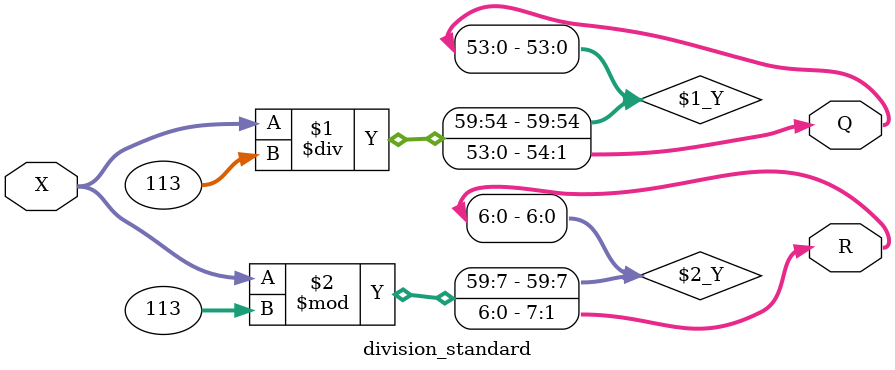
<source format=v>
module division_standard( X, Q, R);

input  [60:1] X;
output [54:1] Q; 
output [7:1] R;

assign Q = X / 113;

assign R = X % 113;

endmodule

</source>
